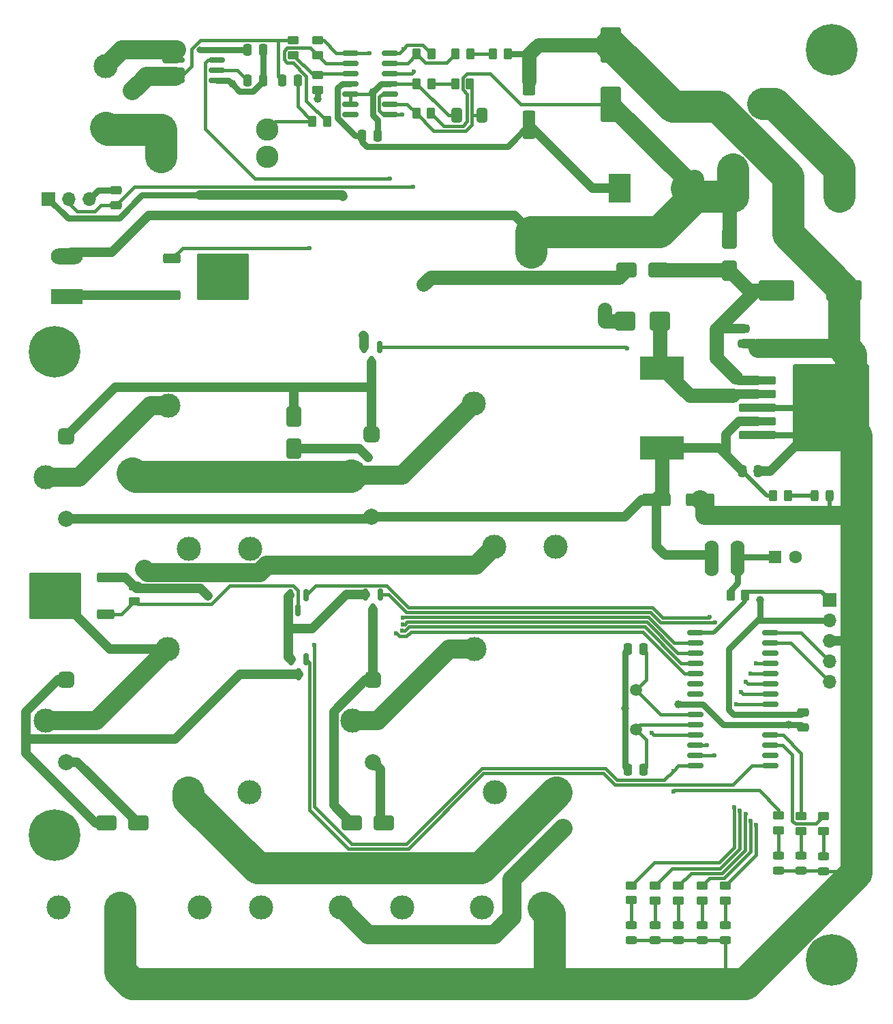
<source format=gtl>
G04 #@! TF.GenerationSoftware,KiCad,Pcbnew,8.0.7*
G04 #@! TF.CreationDate,2025-01-05T17:22:56+01:00*
G04 #@! TF.ProjectId,12VSupport,31325653-7570-4706-9f72-742e6b696361,1.1*
G04 #@! TF.SameCoordinates,Original*
G04 #@! TF.FileFunction,Copper,L1,Top*
G04 #@! TF.FilePolarity,Positive*
%FSLAX46Y46*%
G04 Gerber Fmt 4.6, Leading zero omitted, Abs format (unit mm)*
G04 Created by KiCad (PCBNEW 8.0.7) date 2025-01-05 17:22:56*
%MOMM*%
%LPD*%
G01*
G04 APERTURE LIST*
G04 Aperture macros list*
%AMRoundRect*
0 Rectangle with rounded corners*
0 $1 Rounding radius*
0 $2 $3 $4 $5 $6 $7 $8 $9 X,Y pos of 4 corners*
0 Add a 4 corners polygon primitive as box body*
4,1,4,$2,$3,$4,$5,$6,$7,$8,$9,$2,$3,0*
0 Add four circle primitives for the rounded corners*
1,1,$1+$1,$2,$3*
1,1,$1+$1,$4,$5*
1,1,$1+$1,$6,$7*
1,1,$1+$1,$8,$9*
0 Add four rect primitives between the rounded corners*
20,1,$1+$1,$2,$3,$4,$5,0*
20,1,$1+$1,$4,$5,$6,$7,0*
20,1,$1+$1,$6,$7,$8,$9,0*
20,1,$1+$1,$8,$9,$2,$3,0*%
G04 Aperture macros list end*
G04 #@! TA.AperFunction,ComponentPad*
%ADD10C,3.000000*%
G04 #@! TD*
G04 #@! TA.AperFunction,SMDPad,CuDef*
%ADD11RoundRect,0.250000X-0.850000X-0.350000X0.850000X-0.350000X0.850000X0.350000X-0.850000X0.350000X0*%
G04 #@! TD*
G04 #@! TA.AperFunction,SMDPad,CuDef*
%ADD12RoundRect,0.250000X-1.275000X-1.125000X1.275000X-1.125000X1.275000X1.125000X-1.275000X1.125000X0*%
G04 #@! TD*
G04 #@! TA.AperFunction,SMDPad,CuDef*
%ADD13RoundRect,0.249997X-2.950003X-2.650003X2.950003X-2.650003X2.950003X2.650003X-2.950003X2.650003X0*%
G04 #@! TD*
G04 #@! TA.AperFunction,SMDPad,CuDef*
%ADD14RoundRect,0.250000X-0.250000X-0.475000X0.250000X-0.475000X0.250000X0.475000X-0.250000X0.475000X0*%
G04 #@! TD*
G04 #@! TA.AperFunction,SMDPad,CuDef*
%ADD15RoundRect,0.250000X-0.475000X0.250000X-0.475000X-0.250000X0.475000X-0.250000X0.475000X0.250000X0*%
G04 #@! TD*
G04 #@! TA.AperFunction,SMDPad,CuDef*
%ADD16RoundRect,0.250000X-0.450000X0.262500X-0.450000X-0.262500X0.450000X-0.262500X0.450000X0.262500X0*%
G04 #@! TD*
G04 #@! TA.AperFunction,SMDPad,CuDef*
%ADD17RoundRect,0.150000X-0.875000X-0.150000X0.875000X-0.150000X0.875000X0.150000X-0.875000X0.150000X0*%
G04 #@! TD*
G04 #@! TA.AperFunction,SMDPad,CuDef*
%ADD18RoundRect,0.250000X0.262500X0.450000X-0.262500X0.450000X-0.262500X-0.450000X0.262500X-0.450000X0*%
G04 #@! TD*
G04 #@! TA.AperFunction,SMDPad,CuDef*
%ADD19RoundRect,0.150000X-0.150000X0.587500X-0.150000X-0.587500X0.150000X-0.587500X0.150000X0.587500X0*%
G04 #@! TD*
G04 #@! TA.AperFunction,SMDPad,CuDef*
%ADD20RoundRect,0.243750X0.456250X-0.243750X0.456250X0.243750X-0.456250X0.243750X-0.456250X-0.243750X0*%
G04 #@! TD*
G04 #@! TA.AperFunction,ComponentPad*
%ADD21RoundRect,0.500000X0.500000X0.500000X-0.500000X0.500000X-0.500000X-0.500000X0.500000X-0.500000X0*%
G04 #@! TD*
G04 #@! TA.AperFunction,ComponentPad*
%ADD22C,2.000000*%
G04 #@! TD*
G04 #@! TA.AperFunction,ComponentPad*
%ADD23C,2.780000*%
G04 #@! TD*
G04 #@! TA.AperFunction,SMDPad,CuDef*
%ADD24RoundRect,0.250000X-0.262500X-0.450000X0.262500X-0.450000X0.262500X0.450000X-0.262500X0.450000X0*%
G04 #@! TD*
G04 #@! TA.AperFunction,ComponentPad*
%ADD25R,1.700000X1.700000*%
G04 #@! TD*
G04 #@! TA.AperFunction,ComponentPad*
%ADD26O,1.700000X1.700000*%
G04 #@! TD*
G04 #@! TA.AperFunction,ComponentPad*
%ADD27C,0.800000*%
G04 #@! TD*
G04 #@! TA.AperFunction,ComponentPad*
%ADD28C,6.400000*%
G04 #@! TD*
G04 #@! TA.AperFunction,SMDPad,CuDef*
%ADD29RoundRect,0.250000X0.450000X-0.262500X0.450000X0.262500X-0.450000X0.262500X-0.450000X-0.262500X0*%
G04 #@! TD*
G04 #@! TA.AperFunction,SMDPad,CuDef*
%ADD30R,5.400000X2.900000*%
G04 #@! TD*
G04 #@! TA.AperFunction,SMDPad,CuDef*
%ADD31RoundRect,0.250000X1.000000X-1.950000X1.000000X1.950000X-1.000000X1.950000X-1.000000X-1.950000X0*%
G04 #@! TD*
G04 #@! TA.AperFunction,ComponentPad*
%ADD32C,1.500000*%
G04 #@! TD*
G04 #@! TA.AperFunction,SMDPad,CuDef*
%ADD33RoundRect,0.250000X0.650000X-1.000000X0.650000X1.000000X-0.650000X1.000000X-0.650000X-1.000000X0*%
G04 #@! TD*
G04 #@! TA.AperFunction,SMDPad,CuDef*
%ADD34RoundRect,0.250000X0.250000X0.475000X-0.250000X0.475000X-0.250000X-0.475000X0.250000X-0.475000X0*%
G04 #@! TD*
G04 #@! TA.AperFunction,SMDPad,CuDef*
%ADD35RoundRect,0.250000X1.000000X0.650000X-1.000000X0.650000X-1.000000X-0.650000X1.000000X-0.650000X0*%
G04 #@! TD*
G04 #@! TA.AperFunction,SMDPad,CuDef*
%ADD36RoundRect,0.250000X-1.500000X-0.550000X1.500000X-0.550000X1.500000X0.550000X-1.500000X0.550000X0*%
G04 #@! TD*
G04 #@! TA.AperFunction,SMDPad,CuDef*
%ADD37RoundRect,0.250000X-1.950000X-1.000000X1.950000X-1.000000X1.950000X1.000000X-1.950000X1.000000X0*%
G04 #@! TD*
G04 #@! TA.AperFunction,SMDPad,CuDef*
%ADD38RoundRect,0.250000X1.000000X0.900000X-1.000000X0.900000X-1.000000X-0.900000X1.000000X-0.900000X0*%
G04 #@! TD*
G04 #@! TA.AperFunction,ComponentPad*
%ADD39R,1.600000X1.600000*%
G04 #@! TD*
G04 #@! TA.AperFunction,ComponentPad*
%ADD40C,1.600000*%
G04 #@! TD*
G04 #@! TA.AperFunction,SMDPad,CuDef*
%ADD41RoundRect,0.250000X0.850000X0.350000X-0.850000X0.350000X-0.850000X-0.350000X0.850000X-0.350000X0*%
G04 #@! TD*
G04 #@! TA.AperFunction,SMDPad,CuDef*
%ADD42RoundRect,0.250000X1.275000X1.125000X-1.275000X1.125000X-1.275000X-1.125000X1.275000X-1.125000X0*%
G04 #@! TD*
G04 #@! TA.AperFunction,SMDPad,CuDef*
%ADD43RoundRect,0.249997X2.950003X2.650003X-2.950003X2.650003X-2.950003X-2.650003X2.950003X-2.650003X0*%
G04 #@! TD*
G04 #@! TA.AperFunction,SMDPad,CuDef*
%ADD44RoundRect,0.150000X-0.825000X-0.150000X0.825000X-0.150000X0.825000X0.150000X-0.825000X0.150000X0*%
G04 #@! TD*
G04 #@! TA.AperFunction,SMDPad,CuDef*
%ADD45RoundRect,0.250000X-2.050000X-0.300000X2.050000X-0.300000X2.050000X0.300000X-2.050000X0.300000X0*%
G04 #@! TD*
G04 #@! TA.AperFunction,SMDPad,CuDef*
%ADD46RoundRect,0.250000X-2.025000X-2.375000X2.025000X-2.375000X2.025000X2.375000X-2.025000X2.375000X0*%
G04 #@! TD*
G04 #@! TA.AperFunction,SMDPad,CuDef*
%ADD47RoundRect,0.250002X-4.449998X-5.149998X4.449998X-5.149998X4.449998X5.149998X-4.449998X5.149998X0*%
G04 #@! TD*
G04 #@! TA.AperFunction,SMDPad,CuDef*
%ADD48RoundRect,0.250000X0.550000X-1.500000X0.550000X1.500000X-0.550000X1.500000X-0.550000X-1.500000X0*%
G04 #@! TD*
G04 #@! TA.AperFunction,SMDPad,CuDef*
%ADD49RoundRect,0.250000X0.475000X-0.250000X0.475000X0.250000X-0.475000X0.250000X-0.475000X-0.250000X0*%
G04 #@! TD*
G04 #@! TA.AperFunction,SMDPad,CuDef*
%ADD50R,2.700000X3.600000*%
G04 #@! TD*
G04 #@! TA.AperFunction,SMDPad,CuDef*
%ADD51O,1.750000X4.500000*%
G04 #@! TD*
G04 #@! TA.AperFunction,SMDPad,CuDef*
%ADD52RoundRect,0.243750X0.243750X0.456250X-0.243750X0.456250X-0.243750X-0.456250X0.243750X-0.456250X0*%
G04 #@! TD*
G04 #@! TA.AperFunction,ComponentPad*
%ADD53R,3.960000X1.980000*%
G04 #@! TD*
G04 #@! TA.AperFunction,ComponentPad*
%ADD54O,3.960000X1.980000*%
G04 #@! TD*
G04 #@! TA.AperFunction,SMDPad,CuDef*
%ADD55RoundRect,0.250000X0.412500X0.650000X-0.412500X0.650000X-0.412500X-0.650000X0.412500X-0.650000X0*%
G04 #@! TD*
G04 #@! TA.AperFunction,ViaPad*
%ADD56C,0.800000*%
G04 #@! TD*
G04 #@! TA.AperFunction,ViaPad*
%ADD57C,1.000000*%
G04 #@! TD*
G04 #@! TA.AperFunction,ViaPad*
%ADD58C,0.600000*%
G04 #@! TD*
G04 #@! TA.AperFunction,ViaPad*
%ADD59C,1.200000*%
G04 #@! TD*
G04 #@! TA.AperFunction,Conductor*
%ADD60C,1.200000*%
G04 #@! TD*
G04 #@! TA.AperFunction,Conductor*
%ADD61C,4.000000*%
G04 #@! TD*
G04 #@! TA.AperFunction,Conductor*
%ADD62C,1.800000*%
G04 #@! TD*
G04 #@! TA.AperFunction,Conductor*
%ADD63C,0.400000*%
G04 #@! TD*
G04 #@! TA.AperFunction,Conductor*
%ADD64C,0.800000*%
G04 #@! TD*
G04 #@! TA.AperFunction,Conductor*
%ADD65C,2.400000*%
G04 #@! TD*
G04 #@! TA.AperFunction,Conductor*
%ADD66C,0.500000*%
G04 #@! TD*
G04 APERTURE END LIST*
D10*
X90170000Y-153480000D03*
X82550000Y-153480000D03*
D11*
X61565500Y-72904000D03*
D12*
X66190500Y-73659000D03*
X66190500Y-76709000D03*
D13*
X67865500Y-75184000D03*
D12*
X69540500Y-73659000D03*
X69540500Y-76709000D03*
D11*
X61565500Y-77464000D03*
D14*
X70955500Y-46990000D03*
X72855500Y-46990000D03*
D15*
X139954000Y-129225000D03*
X139954000Y-131125000D03*
D16*
X139700000Y-142168000D03*
X139700000Y-143993000D03*
D17*
X126590000Y-119380000D03*
X126590000Y-120650000D03*
X126590000Y-121920000D03*
X126590000Y-123190000D03*
X126590000Y-124460000D03*
X126590000Y-125730000D03*
X126590000Y-127000000D03*
X126590000Y-128270000D03*
X126590000Y-129540000D03*
X126590000Y-130810000D03*
X126590000Y-132080000D03*
X126590000Y-133350000D03*
X126590000Y-134620000D03*
X126590000Y-135890000D03*
X135890000Y-135890000D03*
X135890000Y-134620000D03*
X135890000Y-133350000D03*
X135890000Y-132080000D03*
X135890000Y-130810000D03*
X135890000Y-129540000D03*
X135890000Y-128270000D03*
X135890000Y-127000000D03*
X135890000Y-125730000D03*
X135890000Y-124460000D03*
X135890000Y-123190000D03*
X135890000Y-121920000D03*
X135890000Y-120650000D03*
X135890000Y-119380000D03*
D16*
X118618000Y-150749000D03*
X118618000Y-152574000D03*
D18*
X93749500Y-51181000D03*
X91924500Y-51181000D03*
D19*
X87310000Y-83898500D03*
X85410000Y-83898500D03*
X86360000Y-85773500D03*
D20*
X136906000Y-148892500D03*
X136906000Y-147017500D03*
D10*
X83945000Y-130310000D03*
X99145000Y-121410000D03*
X109285000Y-139210000D03*
X101685000Y-139210000D03*
D21*
X86485000Y-125210000D03*
D22*
X86485000Y-135410000D03*
D23*
X131185000Y-61793000D03*
X131185000Y-65193000D03*
X144393000Y-61793000D03*
X144393000Y-65193000D03*
D20*
X124460000Y-157577000D03*
X124460000Y-155702000D03*
D14*
X70960500Y-50800000D03*
X72860500Y-50800000D03*
D16*
X121539000Y-150774000D03*
X121539000Y-152599000D03*
D24*
X136224000Y-102362000D03*
X138049000Y-102362000D03*
D25*
X143256000Y-115321000D03*
D26*
X143256000Y-117861000D03*
X143256000Y-120401000D03*
X143256000Y-122941000D03*
X143256000Y-125481000D03*
D27*
X141110000Y-46990000D03*
X141812944Y-45292944D03*
X141812944Y-48687056D03*
X143510000Y-44590000D03*
D28*
X143510000Y-46990000D03*
D27*
X143510000Y-49390000D03*
X145207056Y-45292944D03*
X145207056Y-48687056D03*
X145910000Y-46990000D03*
D29*
X56896000Y-115466500D03*
X56896000Y-113641500D03*
D10*
X45845000Y-130310000D03*
X61045000Y-121410000D03*
X71185000Y-139210000D03*
X63585000Y-139210000D03*
D21*
X48385000Y-125210000D03*
D22*
X48385000Y-135410000D03*
D24*
X78994000Y-55880000D03*
X80819000Y-55880000D03*
D30*
X122435000Y-86490000D03*
X122435000Y-96390000D03*
D24*
X130913500Y-114681000D03*
X132738500Y-114681000D03*
D10*
X53276000Y-56642000D03*
X53276000Y-49022000D03*
D14*
X132400000Y-99314000D03*
X134300000Y-99314000D03*
D19*
X78166000Y-114711000D03*
X76266000Y-114711000D03*
X77216000Y-116586000D03*
D27*
X141110000Y-160020000D03*
X141812944Y-158322944D03*
X141812944Y-161717056D03*
X143510000Y-157620000D03*
D28*
X143510000Y-160020000D03*
D27*
X143510000Y-162420000D03*
X145207056Y-158322944D03*
X145207056Y-161717056D03*
X145910000Y-160020000D03*
D18*
X93726000Y-54864000D03*
X91901000Y-54864000D03*
D27*
X44590000Y-144526000D03*
X45292944Y-142828944D03*
X45292944Y-146223056D03*
X46990000Y-142126000D03*
D28*
X46990000Y-144526000D03*
D27*
X46990000Y-146926000D03*
X48687056Y-142828944D03*
X48687056Y-146223056D03*
X49390000Y-144526000D03*
D20*
X121539000Y-157577000D03*
X121539000Y-155702000D03*
D16*
X142449000Y-142168000D03*
X142449000Y-143993000D03*
D31*
X116078000Y-53738000D03*
X116078000Y-46338000D03*
D16*
X136906000Y-142066000D03*
X136906000Y-143891000D03*
D18*
X93749500Y-47498000D03*
X91924500Y-47498000D03*
D27*
X44590000Y-84501056D03*
X45292944Y-82804000D03*
X45292944Y-86198112D03*
X46990000Y-82101056D03*
D28*
X46990000Y-84501056D03*
D27*
X46990000Y-86901056D03*
X48687056Y-82804000D03*
X48687056Y-86198112D03*
X49390000Y-84501056D03*
D10*
X72644000Y-153480000D03*
X65024000Y-153480000D03*
D24*
X101426000Y-47498000D03*
X103251000Y-47498000D03*
D15*
X132595000Y-81600000D03*
X132595000Y-83500000D03*
D20*
X139700000Y-148922500D03*
X139700000Y-147047500D03*
D24*
X96750500Y-47498000D03*
X98575500Y-47498000D03*
D32*
X119175000Y-126455000D03*
X119175000Y-131355000D03*
D19*
X78232000Y-122682000D03*
X76332000Y-122682000D03*
X77282000Y-124557000D03*
D33*
X76708000Y-96488000D03*
X76708000Y-92488000D03*
D16*
X76604500Y-45823500D03*
X76604500Y-47648500D03*
D14*
X75250000Y-50800000D03*
X77150000Y-50800000D03*
D20*
X127381000Y-157577000D03*
X127381000Y-155702000D03*
D34*
X120076000Y-136398000D03*
X118176000Y-136398000D03*
D35*
X87852000Y-143002000D03*
X83852000Y-143002000D03*
X122015000Y-74295000D03*
X118015000Y-74295000D03*
D16*
X130302000Y-150774000D03*
X130302000Y-152599000D03*
D29*
X79652500Y-47648500D03*
X79652500Y-45823500D03*
D19*
X87460500Y-114632500D03*
X85560500Y-114632500D03*
X86510500Y-116507500D03*
D18*
X98552000Y-51181000D03*
X96727000Y-51181000D03*
D10*
X55118000Y-153480000D03*
X47498000Y-153480000D03*
D34*
X120076000Y-121412000D03*
X118176000Y-121412000D03*
D36*
X121760000Y-102870000D03*
X127160000Y-102870000D03*
D10*
X83818000Y-99830000D03*
X99018000Y-90930000D03*
X109158000Y-108730000D03*
X101558000Y-108730000D03*
D21*
X86358000Y-94730000D03*
D22*
X86358000Y-104930000D03*
D37*
X136650000Y-76835000D03*
X145050000Y-76835000D03*
D38*
X122165000Y-80645000D03*
X117865000Y-80645000D03*
D20*
X142494000Y-148971000D03*
X142494000Y-147096000D03*
D39*
X136485621Y-109982000D03*
D40*
X138985621Y-109982000D03*
D41*
X53340000Y-117094000D03*
D42*
X48715000Y-116339000D03*
X48715000Y-113289000D03*
D43*
X47040000Y-114814000D03*
D42*
X45365000Y-116339000D03*
X45365000Y-113289000D03*
D41*
X53340000Y-112534000D03*
D16*
X124460000Y-150774000D03*
X124460000Y-152599000D03*
D44*
X62125500Y-46990000D03*
X62125500Y-48260000D03*
X62125500Y-49530000D03*
X62125500Y-50800000D03*
X67075500Y-50800000D03*
X67075500Y-49530000D03*
X67075500Y-48260000D03*
X67075500Y-46990000D03*
D45*
X134240000Y-88040000D03*
X134240000Y-89740000D03*
X134240000Y-91440000D03*
D46*
X140965000Y-88665000D03*
X140965000Y-94215000D03*
D47*
X143390000Y-91440000D03*
D46*
X145815000Y-88665000D03*
X145815000Y-94215000D03*
D45*
X134240000Y-93140000D03*
X134240000Y-94840000D03*
D48*
X105918000Y-56294000D03*
X105918000Y-50894000D03*
D20*
X118618000Y-157577000D03*
X118618000Y-155702000D03*
D10*
X45887000Y-100086000D03*
X61087000Y-91186000D03*
X71227000Y-108986000D03*
X63627000Y-108986000D03*
D21*
X48427000Y-94986000D03*
D22*
X48427000Y-105186000D03*
D49*
X54610000Y-66294000D03*
X54610000Y-64394000D03*
D50*
X117135000Y-64135000D03*
X125435000Y-64135000D03*
D20*
X130302000Y-157577000D03*
X130302000Y-155702000D03*
D10*
X107696000Y-153480000D03*
X100076000Y-153480000D03*
D16*
X127381000Y-150774000D03*
X127381000Y-152599000D03*
D51*
X128550000Y-110109000D03*
X131800000Y-110109000D03*
D10*
X127000000Y-54038000D03*
X134620000Y-54038000D03*
D52*
X143226000Y-102362000D03*
X141351000Y-102362000D03*
D23*
X60198000Y-56896000D03*
X60198000Y-60296000D03*
X73406000Y-56896000D03*
X73406000Y-60296000D03*
D35*
X57372000Y-143002000D03*
X53372000Y-143002000D03*
D53*
X48514000Y-77597000D03*
D54*
X48514000Y-72597000D03*
D25*
X46228000Y-65471000D03*
D26*
X48768000Y-65471000D03*
X51308000Y-65471000D03*
D29*
X79652500Y-51966500D03*
X79652500Y-50141500D03*
D44*
X83696000Y-47371000D03*
X83696000Y-48641000D03*
X83696000Y-49911000D03*
X83696000Y-51181000D03*
X83696000Y-52451000D03*
X83696000Y-53721000D03*
X83696000Y-54991000D03*
X88646000Y-54991000D03*
X88646000Y-53721000D03*
X88646000Y-52451000D03*
X88646000Y-51181000D03*
X88646000Y-49911000D03*
X88646000Y-48641000D03*
X88646000Y-47371000D03*
D14*
X85156000Y-57658000D03*
X87056000Y-57658000D03*
D55*
X100076000Y-55118000D03*
X96951000Y-55118000D03*
D33*
X130810000Y-74390000D03*
X130810000Y-70390000D03*
D56*
X85344000Y-82423000D03*
D57*
X147066000Y-95504000D03*
X143510000Y-91440000D03*
X139446000Y-84074000D03*
X127762000Y-104775000D03*
X118055000Y-48315000D03*
X136906000Y-104775000D03*
X145050000Y-79248000D03*
X127762000Y-162930000D03*
X129286000Y-104775000D03*
X65913000Y-76829000D03*
X117825000Y-128778000D03*
X124460000Y-128270000D03*
X69024500Y-51244500D03*
X138085000Y-69870000D03*
X139700000Y-87122000D03*
D56*
X80264000Y-117602000D03*
D57*
X138085000Y-62992000D03*
X105918000Y-47498000D03*
X112268000Y-46355000D03*
X132915849Y-57584151D03*
X79629000Y-53086000D03*
X145050000Y-82042000D03*
X146558000Y-115316000D03*
X135878000Y-99302000D03*
X56642000Y-162930000D03*
X139700000Y-95504000D03*
X138176000Y-130810000D03*
X108458000Y-162930000D03*
X115316000Y-80645000D03*
X147066000Y-91440000D03*
X146515000Y-132207000D03*
X71120000Y-162930000D03*
X143327500Y-75112500D03*
X146515000Y-104648000D03*
D56*
X81534000Y-116332000D03*
D57*
X69977000Y-76829000D03*
X122373000Y-52633000D03*
X139700000Y-91440000D03*
X92456000Y-162930000D03*
X140589000Y-155067000D03*
X69977000Y-73527000D03*
X65913000Y-73527000D03*
X134366000Y-84074000D03*
X115316000Y-79248000D03*
X146515000Y-145034000D03*
X143510000Y-87122000D03*
X147066000Y-87122000D03*
X143510000Y-95504000D03*
X86471000Y-52213000D03*
D56*
X65024000Y-46990000D03*
X65024000Y-65024000D03*
X85891748Y-97575748D03*
D57*
X82804000Y-65151000D03*
X106172000Y-72136000D03*
D56*
X66040000Y-114808000D03*
D57*
X106172000Y-69596000D03*
X106172000Y-70866000D03*
D58*
X91570000Y-49657000D03*
X91470000Y-64008000D03*
D59*
X56642000Y-52070000D03*
X58420000Y-99938000D03*
X57785000Y-50927000D03*
X56642000Y-99568000D03*
D58*
X60706000Y-49530000D03*
X60706000Y-50800000D03*
X60706000Y-48260000D03*
X60706000Y-46990000D03*
D57*
X92773500Y-76136500D03*
X45212000Y-116332000D03*
X45212000Y-113284000D03*
X48260000Y-116332000D03*
X48260000Y-113284000D03*
D59*
X58166000Y-111506000D03*
D58*
X129032000Y-118110000D03*
X128905000Y-134620000D03*
X118110000Y-84074000D03*
X121158000Y-131826000D03*
X78613000Y-71628000D03*
X123825000Y-136525000D03*
X123825000Y-139065000D03*
X79248000Y-120904000D03*
X90270000Y-118322852D03*
X90297000Y-46863000D03*
X131416397Y-141009909D03*
X131612000Y-128270000D03*
X132054075Y-141492994D03*
X132212000Y-126746000D03*
X132812000Y-125476000D03*
X132812000Y-141899783D03*
X133412000Y-124460000D03*
X133412000Y-142690313D03*
X134112000Y-143256000D03*
X134112000Y-123190000D03*
X90170000Y-54991000D03*
X90269999Y-117522850D03*
X86095000Y-47371000D03*
X90126676Y-119109912D03*
X89398650Y-119441547D03*
X88646000Y-62992000D03*
D59*
X110109000Y-143637000D03*
D57*
X134620000Y-115316000D03*
D58*
X128332000Y-117410000D03*
X128016000Y-133350000D03*
D60*
X48975000Y-72136000D02*
X48514000Y-72597000D01*
X54102000Y-72136000D02*
X48975000Y-72136000D01*
X58674000Y-67564000D02*
X54102000Y-72136000D01*
X104140000Y-67564000D02*
X58674000Y-67564000D01*
X48647000Y-77464000D02*
X48514000Y-77597000D01*
X61565500Y-77464000D02*
X48647000Y-77464000D01*
X106172000Y-69596000D02*
X104140000Y-67564000D01*
D61*
X92456000Y-162930000D02*
X101600000Y-162930000D01*
D62*
X115316000Y-80645000D02*
X115316000Y-79248000D01*
X112285000Y-46338000D02*
X116078000Y-46338000D01*
D63*
X86233000Y-52451000D02*
X83696000Y-52451000D01*
D64*
X135890000Y-130810000D02*
X138176000Y-130810000D01*
X103251000Y-47498000D02*
X105918000Y-47498000D01*
X72860500Y-46995000D02*
X72855500Y-46990000D01*
D61*
X145050000Y-82042000D02*
X145050000Y-83820000D01*
D60*
X76032000Y-122382000D02*
X76032000Y-118872000D01*
D61*
X108458000Y-162930000D02*
X108458000Y-154242000D01*
X146515000Y-104902000D02*
X146515000Y-104648000D01*
D63*
X127381000Y-157577000D02*
X130302000Y-157577000D01*
D60*
X80264000Y-117602000D02*
X81534000Y-116332000D01*
D61*
X146515000Y-129540000D02*
X146515000Y-124460000D01*
D65*
X139446000Y-84074000D02*
X134366000Y-84074000D01*
D62*
X107061000Y-46355000D02*
X105918000Y-47498000D01*
D64*
X126590000Y-128270000D02*
X124460000Y-128270000D01*
D65*
X127160000Y-102870000D02*
X127762000Y-103472000D01*
D66*
X143226000Y-104745000D02*
X143256000Y-104775000D01*
X143226000Y-102362000D02*
X143226000Y-104745000D01*
D60*
X76032000Y-118872000D02*
X78994000Y-118872000D01*
X134300000Y-99314000D02*
X135866000Y-99314000D01*
D64*
X126590000Y-128270000D02*
X127508000Y-128270000D01*
D61*
X138085000Y-69870000D02*
X138085000Y-62992000D01*
D64*
X134240000Y-91440000D02*
X143390000Y-91440000D01*
X72855500Y-50795000D02*
X72860500Y-50800000D01*
D63*
X130302000Y-157577000D02*
X130302000Y-162726800D01*
D61*
X101600000Y-162930000D02*
X105664000Y-162930000D01*
D65*
X146825000Y-94875000D02*
X143390000Y-91440000D01*
D64*
X68580000Y-50800000D02*
X69024500Y-51244500D01*
D61*
X145815000Y-84839000D02*
X145050000Y-84074000D01*
D63*
X95861500Y-55118000D02*
X91924500Y-51181000D01*
D60*
X76032000Y-114845000D02*
X76166000Y-114711000D01*
D64*
X79652500Y-51966500D02*
X79652500Y-53062500D01*
D61*
X56642000Y-162930000D02*
X71120000Y-162930000D01*
D64*
X52385000Y-64394000D02*
X54610000Y-64394000D01*
X127508000Y-128270000D02*
X130048000Y-130810000D01*
D61*
X122373000Y-52633000D02*
X118055000Y-48315000D01*
D64*
X87056000Y-55687000D02*
X87056000Y-57658000D01*
X69905000Y-52125000D02*
X71573000Y-52125000D01*
D61*
X138085000Y-62753303D02*
X132915849Y-57584152D01*
D64*
X130048000Y-130810000D02*
X135890000Y-130810000D01*
D65*
X146388000Y-104775000D02*
X146515000Y-104902000D01*
D61*
X145050000Y-76835000D02*
X145050000Y-79248000D01*
D64*
X67075500Y-50800000D02*
X68580000Y-50800000D01*
D63*
X121539000Y-157577000D02*
X124460000Y-157577000D01*
D62*
X112268000Y-46355000D02*
X112285000Y-46338000D01*
D63*
X118618000Y-157577000D02*
X121539000Y-157577000D01*
D62*
X105918000Y-47498000D02*
X105918000Y-50894000D01*
D61*
X108458000Y-162930000D02*
X109728000Y-162930000D01*
X118055000Y-48315000D02*
X116078000Y-46338000D01*
X146515000Y-112776000D02*
X146515000Y-104902000D01*
X132726000Y-162930000D02*
X140589000Y-155067000D01*
X132915848Y-57584151D02*
X129369697Y-54038000D01*
D60*
X76332000Y-122682000D02*
X76032000Y-122382000D01*
D64*
X69024500Y-51244500D02*
X69905000Y-52125000D01*
D61*
X129369697Y-54038000D02*
X127000000Y-54038000D01*
X55118000Y-161406000D02*
X55118000Y-153480000D01*
D64*
X86471000Y-55102000D02*
X87056000Y-55687000D01*
X86471000Y-52213000D02*
X86471000Y-55102000D01*
D60*
X132595000Y-83500000D02*
X133792000Y-83500000D01*
D64*
X139954000Y-131125000D02*
X140015000Y-131064000D01*
D63*
X124460000Y-157577000D02*
X127381000Y-157577000D01*
D65*
X127762000Y-104775000D02*
X129286000Y-104775000D01*
D61*
X145050000Y-79248000D02*
X145050000Y-82042000D01*
X146515000Y-124460000D02*
X146515000Y-120396000D01*
X130505200Y-162930000D02*
X132726000Y-162930000D01*
D64*
X87503000Y-51181000D02*
X88646000Y-51181000D01*
D65*
X136652000Y-104775000D02*
X143256000Y-104775000D01*
D61*
X105664000Y-162930000D02*
X108458000Y-162930000D01*
X108458000Y-154242000D02*
X107696000Y-153480000D01*
D64*
X72860500Y-50837500D02*
X72860500Y-50800000D01*
D60*
X135866000Y-99314000D02*
X135878000Y-99302000D01*
D61*
X143327500Y-75112500D02*
X138085000Y-69870000D01*
D63*
X91924500Y-51181000D02*
X88646000Y-51181000D01*
X136906000Y-148892500D02*
X139670000Y-148892500D01*
D62*
X117865000Y-80645000D02*
X115316000Y-80645000D01*
X136953621Y-105076621D02*
X136652000Y-104775000D01*
D61*
X146515000Y-120396000D02*
X146515000Y-117221000D01*
D60*
X143256000Y-120401000D02*
X146510000Y-120401000D01*
D61*
X146515000Y-104648000D02*
X146515000Y-94915000D01*
X127762000Y-162930000D02*
X130505200Y-162930000D01*
D60*
X85410000Y-82489000D02*
X85344000Y-82423000D01*
X133792000Y-83500000D02*
X134366000Y-84074000D01*
D64*
X71573000Y-52125000D02*
X72860500Y-50837500D01*
D63*
X142494000Y-148971000D02*
X146388000Y-148971000D01*
D62*
X108839000Y-46355000D02*
X107061000Y-46355000D01*
D61*
X92456000Y-162930000D02*
X92318000Y-162930000D01*
D65*
X127762000Y-103472000D02*
X127762000Y-104775000D01*
D63*
X129286000Y-161406000D02*
X127762000Y-162930000D01*
D64*
X134240000Y-94840000D02*
X140340000Y-94840000D01*
D60*
X78994000Y-118872000D02*
X80264000Y-117602000D01*
D61*
X146515000Y-149098000D02*
X146515000Y-145034000D01*
X146515000Y-94915000D02*
X145815000Y-94215000D01*
D64*
X117825000Y-121763000D02*
X118176000Y-121412000D01*
D60*
X85410000Y-83898500D02*
X85410000Y-82489000D01*
D64*
X140340000Y-94840000D02*
X140965000Y-94215000D01*
D61*
X145815000Y-88665000D02*
X145815000Y-84839000D01*
X132915849Y-57584151D02*
X132915848Y-57584151D01*
D64*
X79652500Y-53062500D02*
X79629000Y-53086000D01*
X118176000Y-136398000D02*
X117825000Y-136047000D01*
D61*
X138085000Y-62992000D02*
X138085000Y-62753303D01*
X145050000Y-83820000D02*
X145050000Y-84074000D01*
D64*
X72855500Y-46990000D02*
X72855500Y-50795000D01*
D61*
X127762000Y-162930000D02*
X109728000Y-162930000D01*
D63*
X130302000Y-162726800D02*
X130505200Y-162930000D01*
D61*
X146515000Y-136398000D02*
X146515000Y-132207000D01*
D63*
X139670000Y-148892500D02*
X139700000Y-148922500D01*
D64*
X138176000Y-130810000D02*
X139639000Y-130810000D01*
X117825000Y-136047000D02*
X117825000Y-128778000D01*
D60*
X76032000Y-118872000D02*
X76032000Y-114845000D01*
D64*
X86471000Y-52213000D02*
X87503000Y-51181000D01*
D61*
X145050000Y-76835000D02*
X143327500Y-75112500D01*
X146515000Y-145034000D02*
X146515000Y-136398000D01*
X146515000Y-132207000D02*
X146515000Y-129540000D01*
D64*
X139639000Y-130810000D02*
X139954000Y-131125000D01*
X117825000Y-128778000D02*
X117825000Y-121763000D01*
D63*
X109474000Y-162676000D02*
X109728000Y-162930000D01*
X139700000Y-148922500D02*
X142445500Y-148922500D01*
D60*
X146510000Y-120401000D02*
X146515000Y-120396000D01*
X83233500Y-114632500D02*
X85560500Y-114632500D01*
D63*
X96951000Y-55118000D02*
X95861500Y-55118000D01*
D61*
X146515000Y-117221000D02*
X146515000Y-112776000D01*
X140589000Y-155067000D02*
X146515000Y-149141000D01*
D60*
X136386000Y-98794000D02*
X140965000Y-94215000D01*
D61*
X127000000Y-54038000D02*
X123778000Y-54038000D01*
D60*
X81534000Y-116332000D02*
X83233500Y-114632500D01*
D65*
X145050000Y-84074000D02*
X139446000Y-84074000D01*
X129286000Y-104775000D02*
X136652000Y-104775000D01*
D61*
X132915849Y-57584152D02*
X132915849Y-57584151D01*
D65*
X143256000Y-104775000D02*
X146388000Y-104775000D01*
D64*
X51308000Y-65471000D02*
X52385000Y-64394000D01*
D63*
X146388000Y-148971000D02*
X146515000Y-149098000D01*
X142445500Y-148922500D02*
X142494000Y-148971000D01*
D61*
X56642000Y-162930000D02*
X55118000Y-161406000D01*
D62*
X108839000Y-46355000D02*
X112268000Y-46355000D01*
D61*
X92456000Y-162930000D02*
X71120000Y-162930000D01*
D63*
X86471000Y-52213000D02*
X86233000Y-52451000D01*
X83696000Y-53721000D02*
X83696000Y-52451000D01*
D60*
X135878000Y-99302000D02*
X136386000Y-98794000D01*
D61*
X123778000Y-54038000D02*
X122373000Y-52633000D01*
D60*
X82677000Y-65024000D02*
X65024000Y-65024000D01*
D62*
X122435000Y-96390000D02*
X122435000Y-102075000D01*
D60*
X87410000Y-136335000D02*
X87410000Y-142560000D01*
X122835000Y-109728000D02*
X128169000Y-109728000D01*
X87410000Y-136335000D02*
X86485000Y-135410000D01*
D64*
X65024000Y-65024000D02*
X57814010Y-65024000D01*
D60*
X49780000Y-135410000D02*
X57372000Y-143002000D01*
X48385000Y-135410000D02*
X49780000Y-135410000D01*
X121760000Y-102870000D02*
X119888000Y-102870000D01*
X121760000Y-102870000D02*
X121760000Y-108653000D01*
X87725001Y-142875001D02*
X87852000Y-142875001D01*
X85891748Y-97575748D02*
X84804000Y-96488000D01*
D64*
X54967010Y-67871000D02*
X48628000Y-67871000D01*
D62*
X122435000Y-102075000D02*
X121760000Y-102750000D01*
D60*
X48427000Y-105186000D02*
X86102000Y-105186000D01*
X84804000Y-96488000D02*
X76708000Y-96488000D01*
X129476000Y-96390000D02*
X122435000Y-96390000D01*
D64*
X67075500Y-46990000D02*
X65024000Y-46990000D01*
D60*
X117828000Y-104930000D02*
X86358000Y-104930000D01*
X130335000Y-94745000D02*
X130335000Y-97249000D01*
D66*
X136224000Y-102362000D02*
X135448000Y-102362000D01*
D60*
X82804000Y-65151000D02*
X82677000Y-65024000D01*
X121760000Y-108653000D02*
X122835000Y-109728000D01*
D64*
X48628000Y-67871000D02*
X46228000Y-65471000D01*
D60*
X128169000Y-109728000D02*
X128550000Y-110109000D01*
X86102000Y-105186000D02*
X86358000Y-104930000D01*
X132400000Y-99314000D02*
X129476000Y-96390000D01*
X134240000Y-93140000D02*
X131940000Y-93140000D01*
D64*
X67075500Y-46990000D02*
X70955500Y-46990000D01*
D60*
X131940000Y-93140000D02*
X130335000Y-94745000D01*
X87410000Y-142560000D02*
X87725001Y-142875001D01*
D62*
X121760000Y-102750000D02*
X121760000Y-102870000D01*
D64*
X57814010Y-65024000D02*
X54967010Y-67871000D01*
D60*
X119888000Y-102870000D02*
X117828000Y-104930000D01*
D66*
X135448000Y-102362000D02*
X132400000Y-99314000D01*
D63*
X95280000Y-56418000D02*
X97639666Y-56418000D01*
X97639500Y-51907166D02*
X97639500Y-50454834D01*
X101098167Y-49917167D02*
X104919000Y-53738000D01*
X98171000Y-52438666D02*
X97639500Y-51907166D01*
D60*
X65118000Y-113886000D02*
X66040000Y-114808000D01*
D61*
X72169500Y-148590000D02*
X99905000Y-148590000D01*
D60*
X55788500Y-112534000D02*
X56896000Y-113641500D01*
D61*
X131185000Y-65193000D02*
X126493000Y-65193000D01*
D63*
X97639500Y-50454834D02*
X98177167Y-49917167D01*
X93726000Y-54864000D02*
X95280000Y-56418000D01*
D61*
X63585000Y-139210000D02*
X63585000Y-140005500D01*
D63*
X104919000Y-53738000D02*
X116078000Y-53738000D01*
D61*
X131185000Y-65193000D02*
X131185000Y-61793000D01*
X126493000Y-65193000D02*
X125435000Y-64135000D01*
D60*
X56896000Y-113641500D02*
X57140500Y-113886000D01*
D65*
X125435000Y-63095000D02*
X116078000Y-53738000D01*
D61*
X126493000Y-65193000D02*
X122090000Y-69596000D01*
D63*
X97639666Y-56418000D02*
X98171000Y-55886666D01*
D61*
X63585000Y-140005500D02*
X72169500Y-148590000D01*
D63*
X98177167Y-49917167D02*
X101098167Y-49917167D01*
D62*
X130810000Y-70390000D02*
X130810000Y-65568000D01*
D65*
X126490000Y-63080000D02*
X125435000Y-64135000D01*
D61*
X122090000Y-69596000D02*
X106172000Y-69596000D01*
D65*
X125435000Y-64135000D02*
X125435000Y-63095000D01*
D60*
X56896000Y-113641500D02*
X57275352Y-113641500D01*
D63*
X98171000Y-55886666D02*
X98171000Y-52438666D01*
D62*
X130810000Y-65568000D02*
X131185000Y-65193000D01*
D61*
X99905000Y-148590000D02*
X109285000Y-139210000D01*
D60*
X53340000Y-112534000D02*
X55788500Y-112534000D01*
X57140500Y-113886000D02*
X65118000Y-113886000D01*
D61*
X106172000Y-72136000D02*
X106172000Y-69596000D01*
D63*
X51970742Y-67071000D02*
X52747742Y-66294000D01*
X91470000Y-64008000D02*
X56896000Y-64008000D01*
D64*
X48768000Y-65476584D02*
X48768000Y-65471000D01*
D63*
X88646000Y-49911000D02*
X91316000Y-49911000D01*
X91316000Y-49911000D02*
X91570000Y-49657000D01*
X56896000Y-64008000D02*
X54610000Y-66294000D01*
X48768000Y-65471000D02*
X48768000Y-66040000D01*
X49799000Y-67071000D02*
X51970742Y-67071000D01*
X48768000Y-66040000D02*
X49799000Y-67071000D01*
X52747742Y-66294000D02*
X54610000Y-66294000D01*
D64*
X82121000Y-51737000D02*
X82677000Y-51181000D01*
X82677000Y-51181000D02*
X83696000Y-51181000D01*
D60*
X105918000Y-56294000D02*
X113759000Y-64135000D01*
D64*
X85156000Y-57658000D02*
X85156000Y-58383000D01*
X85156000Y-57658000D02*
X84323184Y-57658000D01*
X85756000Y-58983000D02*
X103229000Y-58983000D01*
X103229000Y-58983000D02*
X105918000Y-56294000D01*
D60*
X113759000Y-64135000D02*
X117135000Y-64135000D01*
D64*
X85156000Y-58383000D02*
X85756000Y-58983000D01*
X84323184Y-57658000D02*
X82121000Y-55455816D01*
X82121000Y-55455816D02*
X82121000Y-51737000D01*
D63*
X70960500Y-50800000D02*
X69690500Y-49530000D01*
X69690500Y-49530000D02*
X67075500Y-49530000D01*
X120440000Y-136034000D02*
X120440000Y-132620000D01*
X120440000Y-132620000D02*
X119175000Y-131355000D01*
X119720000Y-130810000D02*
X119175000Y-131355000D01*
X119720000Y-130810000D02*
X126590000Y-130810000D01*
X120076000Y-136398000D02*
X120440000Y-136034000D01*
X83696000Y-49911000D02*
X79883000Y-49911000D01*
X79097500Y-50141500D02*
X76604500Y-47648500D01*
X79652500Y-50141500D02*
X79097500Y-50141500D01*
X79883000Y-49911000D02*
X79652500Y-50141500D01*
X122260000Y-129540000D02*
X119175000Y-126455000D01*
X126590000Y-129540000D02*
X122260000Y-129540000D01*
X119175000Y-126455000D02*
X120440000Y-125190000D01*
X120440000Y-121776000D02*
X120076000Y-121412000D01*
X120440000Y-125190000D02*
X120440000Y-121776000D01*
D62*
X131182164Y-89916000D02*
X125861000Y-89916000D01*
X122174000Y-80654000D02*
X122165000Y-80645000D01*
D60*
X131358164Y-89740000D02*
X131182164Y-89916000D01*
D62*
X125861000Y-89916000D02*
X122435000Y-86490000D01*
X122174000Y-86229000D02*
X122174000Y-80654000D01*
X122435000Y-86490000D02*
X122174000Y-86229000D01*
D60*
X134240000Y-89740000D02*
X131358164Y-89740000D01*
X86358000Y-90093500D02*
X86360000Y-90091500D01*
X86360000Y-88646000D02*
X86360000Y-91184000D01*
X54527000Y-88886000D02*
X76708000Y-88886000D01*
X86120000Y-88886000D02*
X86360000Y-88646000D01*
X76708000Y-88886000D02*
X76708000Y-92488000D01*
X76708000Y-88886000D02*
X86120000Y-88886000D01*
X86360000Y-91184000D02*
X86358000Y-91186000D01*
X86358000Y-91186000D02*
X86358000Y-94730000D01*
X86360000Y-90091500D02*
X86360000Y-85773500D01*
X86358000Y-94730000D02*
X86358000Y-90093500D01*
X48427000Y-94986000D02*
X54527000Y-88886000D01*
X43434000Y-129161000D02*
X43434000Y-132588000D01*
X70007000Y-124557000D02*
X77282000Y-124557000D01*
X47385000Y-125210000D02*
X43434000Y-129161000D01*
X43434000Y-134366000D02*
X52070000Y-143002000D01*
X48385000Y-125210000D02*
X47385000Y-125210000D01*
X52070000Y-143002000D02*
X53372000Y-143002000D01*
X61954000Y-132610000D02*
X70007000Y-124557000D01*
X43434000Y-132588000D02*
X43434000Y-134366000D01*
X43434000Y-132588000D02*
X43456000Y-132610000D01*
X43456000Y-132610000D02*
X61954000Y-132610000D01*
X81645000Y-140795000D02*
X83725001Y-142875001D01*
X81645000Y-129175000D02*
X81645000Y-140795000D01*
X86485000Y-116533000D02*
X86510500Y-116507500D01*
X85610000Y-125210000D02*
X81645000Y-129175000D01*
X83725001Y-142875001D02*
X83852000Y-142875001D01*
X86485000Y-125210000D02*
X85610000Y-125210000D01*
X86485000Y-125210000D02*
X86485000Y-116533000D01*
D63*
X142449000Y-143993000D02*
X142449000Y-147051000D01*
X142449000Y-147051000D02*
X142494000Y-147096000D01*
X139700000Y-143993000D02*
X139700000Y-147047500D01*
X136906000Y-143891000D02*
X136906000Y-147017500D01*
X118618000Y-152574000D02*
X118618000Y-155702000D01*
X121539000Y-155702000D02*
X121539000Y-152599000D01*
X124460000Y-155702000D02*
X124460000Y-152599000D01*
X127381000Y-155702000D02*
X127381000Y-152599000D01*
X130302000Y-155702000D02*
X130302000Y-152599000D01*
X64008000Y-49022000D02*
X62738000Y-50292000D01*
X74750062Y-45876438D02*
X74803000Y-45823500D01*
D61*
X83710000Y-99938000D02*
X58420000Y-99938000D01*
D63*
X74803000Y-45823500D02*
X65059129Y-45823500D01*
D65*
X99018000Y-90930000D02*
X90118000Y-99830000D01*
X57785000Y-50927000D02*
X56642000Y-52070000D01*
D63*
X75250000Y-50800000D02*
X74750062Y-50300062D01*
X64008000Y-46874629D02*
X64008000Y-49022000D01*
X65059129Y-45823500D02*
X64008000Y-46874629D01*
X76604500Y-45823500D02*
X74930000Y-45823500D01*
X62738000Y-50292000D02*
X61976000Y-50292000D01*
D65*
X58420000Y-50292000D02*
X61976000Y-50292000D01*
D63*
X74930000Y-45823500D02*
X74803000Y-45823500D01*
X74750062Y-50300062D02*
X74750062Y-45876438D01*
D61*
X83818000Y-99830000D02*
X83710000Y-99938000D01*
D65*
X57785000Y-50927000D02*
X58420000Y-50292000D01*
X90118000Y-99830000D02*
X83818000Y-99830000D01*
D61*
X58420000Y-99938000D02*
X57012000Y-99938000D01*
X57012000Y-99938000D02*
X56642000Y-99568000D01*
X53530000Y-56896000D02*
X53276000Y-56642000D01*
X60198000Y-56896000D02*
X53530000Y-56896000D01*
X60198000Y-56896000D02*
X60198000Y-60296000D01*
X144393000Y-61716000D02*
X136370303Y-53693303D01*
X144393000Y-61793000D02*
X144393000Y-65193000D01*
X136370303Y-53693303D02*
X134964696Y-53693303D01*
X144393000Y-61793000D02*
X144393000Y-61716000D01*
D64*
X60706000Y-48260000D02*
X60706000Y-46990000D01*
X62125500Y-48260000D02*
X60706000Y-48260000D01*
D65*
X55308000Y-46990000D02*
X53276000Y-49022000D01*
X62125500Y-46990000D02*
X55308000Y-46990000D01*
X96014000Y-121410000D02*
X87114000Y-130310000D01*
X87114000Y-130310000D02*
X83945000Y-130310000D01*
X99145000Y-121410000D02*
X96014000Y-121410000D01*
D62*
X93674000Y-75236000D02*
X117074000Y-75236000D01*
X92773500Y-76136500D02*
X93674000Y-75236000D01*
X117074000Y-75236000D02*
X118015000Y-74295000D01*
D60*
X53786000Y-121410000D02*
X61045000Y-121410000D01*
X48715000Y-116339000D02*
X53786000Y-121410000D01*
D65*
X61045000Y-121410000D02*
X52145000Y-130310000D01*
X52145000Y-130310000D02*
X45845000Y-130310000D01*
X99290000Y-110998000D02*
X101558000Y-108730000D01*
X72428220Y-111886000D02*
X73316220Y-110998000D01*
X58166000Y-111506000D02*
X58546000Y-111886000D01*
X58546000Y-111886000D02*
X72428220Y-111886000D01*
X73316220Y-110998000D02*
X99290000Y-110998000D01*
D66*
X133119500Y-114300000D02*
X142235000Y-114300000D01*
X132738500Y-114681000D02*
X133119500Y-114300000D01*
X128822661Y-119380000D02*
X132738500Y-115464161D01*
X142235000Y-114300000D02*
X143256000Y-115321000D01*
X126590000Y-119380000D02*
X128822661Y-119380000D01*
X132738500Y-115464161D02*
X132738500Y-114681000D01*
D63*
X135890000Y-119380000D02*
X139695000Y-119380000D01*
X139695000Y-119380000D02*
X143256000Y-122941000D01*
D64*
X143256000Y-122936000D02*
X142815919Y-122936000D01*
D63*
X143256000Y-125476000D02*
X143256000Y-125481000D01*
X135890000Y-120650000D02*
X138430000Y-120650000D01*
X138430000Y-120650000D02*
X143256000Y-125476000D01*
D65*
X61087000Y-91186000D02*
X58928000Y-91186000D01*
D63*
X77150000Y-50800000D02*
X77150000Y-54036000D01*
D65*
X58928000Y-91186000D02*
X50028000Y-100086000D01*
D63*
X74422000Y-55880000D02*
X73406000Y-56896000D01*
D65*
X50028000Y-100086000D02*
X45887000Y-100086000D01*
D63*
X78994000Y-55880000D02*
X74422000Y-55880000D01*
X77150000Y-54036000D02*
X78994000Y-55880000D01*
X120996112Y-116840000D02*
X122266112Y-118110000D01*
X122266112Y-118110000D02*
X129032000Y-118110000D01*
X87460500Y-114632500D02*
X88475972Y-114632500D01*
X90683472Y-116840000D02*
X120996112Y-116840000D01*
X128905000Y-134620000D02*
X126590000Y-134620000D01*
X88475972Y-114632500D02*
X90683472Y-116840000D01*
X115133472Y-136810000D02*
X116591472Y-138268000D01*
X116591472Y-138268000D02*
X131226000Y-138268000D01*
X90878528Y-146190000D02*
X100258528Y-136810000D01*
X83452000Y-146190000D02*
X90878528Y-146190000D01*
X100258528Y-136810000D02*
X115133472Y-136810000D01*
X133604000Y-135890000D02*
X135890000Y-135890000D01*
X131226000Y-138268000D02*
X133604000Y-135890000D01*
X78232000Y-122682000D02*
X78648000Y-123098000D01*
X78648000Y-123098000D02*
X78648000Y-141386000D01*
X78648000Y-141386000D02*
X83452000Y-146190000D01*
X121412000Y-132080000D02*
X126590000Y-132080000D01*
X121158000Y-131826000D02*
X121412000Y-132080000D01*
X118110000Y-84074000D02*
X117934500Y-83898500D01*
X117934500Y-83898500D02*
X87310000Y-83898500D01*
X79248000Y-140974166D02*
X83863834Y-145590000D01*
X115382000Y-136210000D02*
X116840000Y-137668000D01*
X78613000Y-71628000D02*
X62841500Y-71628000D01*
X122682000Y-137668000D02*
X123825000Y-136525000D01*
X123952000Y-138938000D02*
X134468000Y-138938000D01*
X124460000Y-135890000D02*
X126590000Y-135890000D01*
X116840000Y-137668000D02*
X122682000Y-137668000D01*
X123825000Y-136525000D02*
X124460000Y-135890000D01*
X83863834Y-145590000D02*
X90630000Y-145590000D01*
X123825000Y-139065000D02*
X123952000Y-138938000D01*
X62841500Y-71628000D02*
X61565500Y-72904000D01*
X136906000Y-141376000D02*
X136906000Y-142066000D01*
X134468000Y-138938000D02*
X136906000Y-141376000D01*
X100010000Y-136210000D02*
X115382000Y-136210000D01*
X79248000Y-120904000D02*
X79248000Y-140974166D01*
X90630000Y-145590000D02*
X100010000Y-136210000D01*
X120499056Y-118040000D02*
X124379056Y-121920000D01*
X90742799Y-118040000D02*
X120499056Y-118040000D01*
X90459947Y-118322852D02*
X90742799Y-118040000D01*
X124379056Y-121920000D02*
X126590000Y-121920000D01*
X90270000Y-118322852D02*
X90459947Y-118322852D01*
X90297000Y-46863000D02*
X90762000Y-46398000D01*
X92649500Y-46398000D02*
X93749500Y-47498000D01*
X90762000Y-46398000D02*
X92649500Y-46398000D01*
X89789000Y-47371000D02*
X90297000Y-46863000D01*
X88646000Y-47371000D02*
X89789000Y-47371000D01*
X98575500Y-47498000D02*
X101426000Y-47498000D01*
X93749500Y-51181000D02*
X96727000Y-51181000D01*
X138600000Y-134536000D02*
X138600000Y-142706666D01*
X138973834Y-143080500D02*
X141536500Y-143080500D01*
X137414000Y-133350000D02*
X138600000Y-134536000D01*
X138600000Y-142706666D02*
X138973834Y-143080500D01*
X135890000Y-133350000D02*
X137414000Y-133350000D01*
X141536500Y-143080500D02*
X142449000Y-142168000D01*
X135890000Y-132080000D02*
X137447999Y-132080000D01*
X137447999Y-132080000D02*
X139700000Y-134332001D01*
X139700000Y-134332001D02*
X139700000Y-142168000D01*
X131416397Y-141009909D02*
X131354075Y-141072231D01*
X121455264Y-147911736D02*
X118618000Y-150749000D01*
X131354075Y-141072231D02*
X131354075Y-146054397D01*
X129496736Y-147911736D02*
X121455264Y-147911736D01*
X135890000Y-128270000D02*
X131612000Y-128270000D01*
X131354075Y-146054397D02*
X129496736Y-147911736D01*
X135890000Y-127000000D02*
X132466000Y-127000000D01*
X123688000Y-148625000D02*
X121539000Y-150774000D01*
X132054075Y-141492994D02*
X132054075Y-146202925D01*
X132054075Y-146202925D02*
X129632000Y-148625000D01*
X132466000Y-127000000D02*
X132212000Y-126746000D01*
X129632000Y-148625000D02*
X123688000Y-148625000D01*
X132712000Y-146393528D02*
X129880528Y-149225000D01*
X126009000Y-149225000D02*
X124460000Y-150774000D01*
X133066000Y-125730000D02*
X132812000Y-125476000D01*
X129880528Y-149225000D02*
X126009000Y-149225000D01*
X135890000Y-125730000D02*
X133066000Y-125730000D01*
X132712000Y-141999783D02*
X132712000Y-146393528D01*
X132812000Y-141899783D02*
X132712000Y-141999783D01*
X130129056Y-149825000D02*
X128330000Y-149825000D01*
X133412000Y-142690313D02*
X133412000Y-146542056D01*
X133412000Y-146542056D02*
X130129056Y-149825000D01*
X128330000Y-149825000D02*
X127381000Y-150774000D01*
X133412000Y-124460000D02*
X135890000Y-124460000D01*
X134112000Y-146964000D02*
X130302000Y-150774000D01*
X135890000Y-123190000D02*
X134112000Y-123190000D01*
X134112000Y-143256000D02*
X134112000Y-146964000D01*
X88646000Y-52451000D02*
X87671001Y-52451000D01*
X90269999Y-117522850D02*
X90352849Y-117440000D01*
X120747584Y-117440000D02*
X123957584Y-120650000D01*
X88646000Y-54991000D02*
X90170000Y-54991000D01*
X123957584Y-120650000D02*
X126590000Y-120650000D01*
X87271000Y-54505000D02*
X87757000Y-54991000D01*
X87271000Y-52851001D02*
X87271000Y-54505000D01*
X87757000Y-54991000D02*
X88646000Y-54991000D01*
X87671001Y-52451000D02*
X87271000Y-52851001D01*
X90352849Y-117440000D02*
X120747584Y-117440000D01*
X81915000Y-47371000D02*
X83696000Y-47371000D01*
X83696000Y-47371000D02*
X86095000Y-47371000D01*
X124800528Y-123190000D02*
X126590000Y-123190000D01*
X120250528Y-118640000D02*
X124800528Y-123190000D01*
X90126676Y-119109912D02*
X90521415Y-119109912D01*
X80367500Y-45823500D02*
X81915000Y-47371000D01*
X90991327Y-118640000D02*
X120250528Y-118640000D01*
X90521415Y-119109912D02*
X90991327Y-118640000D01*
X79652500Y-45823500D02*
X80367500Y-45823500D01*
X89398650Y-119441547D02*
X89468361Y-119441547D01*
X88646000Y-62992000D02*
X71882000Y-62992000D01*
X65700500Y-48558000D02*
X65998500Y-48260000D01*
X65700500Y-56810500D02*
X65700500Y-48558000D01*
X125222000Y-124460000D02*
X126590000Y-124460000D01*
X89836726Y-119809912D02*
X90669943Y-119809912D01*
X90669943Y-119809912D02*
X91226855Y-119253000D01*
X89468361Y-119441547D02*
X89836726Y-119809912D01*
X120015000Y-119253000D02*
X125222000Y-124460000D01*
X71882000Y-62992000D02*
X65700500Y-56810500D01*
X91226855Y-119253000D02*
X120015000Y-119253000D01*
X65998500Y-48260000D02*
X67075500Y-48260000D01*
D65*
X103759000Y-154686000D02*
X101600000Y-156845000D01*
X110109000Y-143637000D02*
X103759000Y-149987000D01*
X103759000Y-149987000D02*
X103759000Y-154686000D01*
X101600000Y-156845000D02*
X85915000Y-156845000D01*
X85915000Y-156845000D02*
X82550000Y-153480000D01*
D63*
X78232000Y-50230834D02*
X76562166Y-48561000D01*
X79652500Y-47648500D02*
X80645000Y-48641000D01*
X75504500Y-47109834D02*
X75878334Y-46736000D01*
X80645000Y-48641000D02*
X83696000Y-48641000D01*
X75878334Y-48561000D02*
X75504500Y-48187166D01*
X80819000Y-55880000D02*
X78232000Y-53293000D01*
X75878334Y-46736000D02*
X78740000Y-46736000D01*
X78232000Y-53293000D02*
X78232000Y-50230834D01*
X78740000Y-46736000D02*
X79652500Y-47648500D01*
X75504500Y-48187166D02*
X75504500Y-47109834D01*
X76562166Y-48561000D02*
X75878334Y-48561000D01*
D64*
X130712000Y-121409000D02*
X134260000Y-117861000D01*
X134260000Y-117861000D02*
X143256000Y-117861000D01*
X130712000Y-128934000D02*
X130712000Y-121409000D01*
X131800000Y-110109000D02*
X131800000Y-113183000D01*
X134620000Y-115316000D02*
X134620000Y-117501000D01*
X136485621Y-109982000D02*
X131927000Y-109982000D01*
X135890000Y-129540000D02*
X139639000Y-129540000D01*
X135890000Y-129540000D02*
X131318000Y-129540000D01*
X130913500Y-114069500D02*
X130913500Y-114681000D01*
X131800000Y-113183000D02*
X130913500Y-114069500D01*
X131318000Y-129540000D02*
X130712000Y-128934000D01*
X134620000Y-117501000D02*
X134260000Y-117861000D01*
X131927000Y-109982000D02*
X131800000Y-110109000D01*
X139639000Y-129540000D02*
X139954000Y-129225000D01*
D63*
X55268500Y-117094000D02*
X56896000Y-115466500D01*
X68724214Y-113538000D02*
X66438214Y-115824000D01*
X53340000Y-117094000D02*
X55268500Y-117094000D01*
X57253500Y-115824000D02*
X56896000Y-115466500D01*
X76612474Y-113538000D02*
X68724214Y-113538000D01*
X66438214Y-115824000D02*
X57253500Y-115824000D01*
X77216000Y-116586000D02*
X77216000Y-114141526D01*
X77216000Y-114141526D02*
X76612474Y-113538000D01*
X122514640Y-117510000D02*
X121244640Y-116240000D01*
X90932000Y-116240000D02*
X88187000Y-113495000D01*
X79382000Y-113495000D02*
X78166000Y-114711000D01*
X128232000Y-117510000D02*
X122514640Y-117510000D01*
X88187000Y-113495000D02*
X79382000Y-113495000D01*
X121244640Y-116240000D02*
X90932000Y-116240000D01*
D66*
X78232000Y-114777000D02*
X78166000Y-114711000D01*
D63*
X126590000Y-133350000D02*
X128016000Y-133350000D01*
X128332000Y-117410000D02*
X128232000Y-117510000D01*
X91901000Y-54864000D02*
X94060000Y-57023000D01*
X98806000Y-51435000D02*
X98552000Y-51181000D01*
X94060000Y-57023000D02*
X98044000Y-57023000D01*
X98806000Y-55118000D02*
X98806000Y-51435000D01*
X91901000Y-54864000D02*
X90758000Y-53721000D01*
X98806000Y-56261000D02*
X98806000Y-55118000D01*
X90758000Y-53721000D02*
X88646000Y-53721000D01*
X98044000Y-57023000D02*
X98806000Y-56261000D01*
X100076000Y-55118000D02*
X98806000Y-55118000D01*
X95650500Y-48598000D02*
X96750500Y-47498000D01*
X88646000Y-48641000D02*
X90781500Y-48641000D01*
X91924500Y-47498000D02*
X93024500Y-48598000D01*
X90781500Y-48641000D02*
X91924500Y-47498000D01*
X93024500Y-48598000D02*
X95650500Y-48598000D01*
D60*
X136523000Y-76962000D02*
X136650000Y-76835000D01*
D62*
X133255000Y-76835000D02*
X130810000Y-74390000D01*
X130715000Y-74295000D02*
X130810000Y-74390000D01*
X129159000Y-85217000D02*
X131572000Y-87630000D01*
X133985000Y-76835000D02*
X129159000Y-81661000D01*
X122015000Y-74295000D02*
X130715000Y-74295000D01*
D60*
X134240000Y-88040000D02*
X131982000Y-88040000D01*
D62*
X129159000Y-81661000D02*
X129159000Y-85217000D01*
X136650000Y-76835000D02*
X133985000Y-76835000D01*
X133985000Y-76835000D02*
X133255000Y-76835000D01*
D60*
X129220000Y-81600000D02*
X129159000Y-81661000D01*
X132595000Y-81600000D02*
X129220000Y-81600000D01*
X131982000Y-88040000D02*
X131572000Y-87630000D01*
D66*
X138049000Y-102362000D02*
X141351000Y-102362000D01*
M02*

</source>
